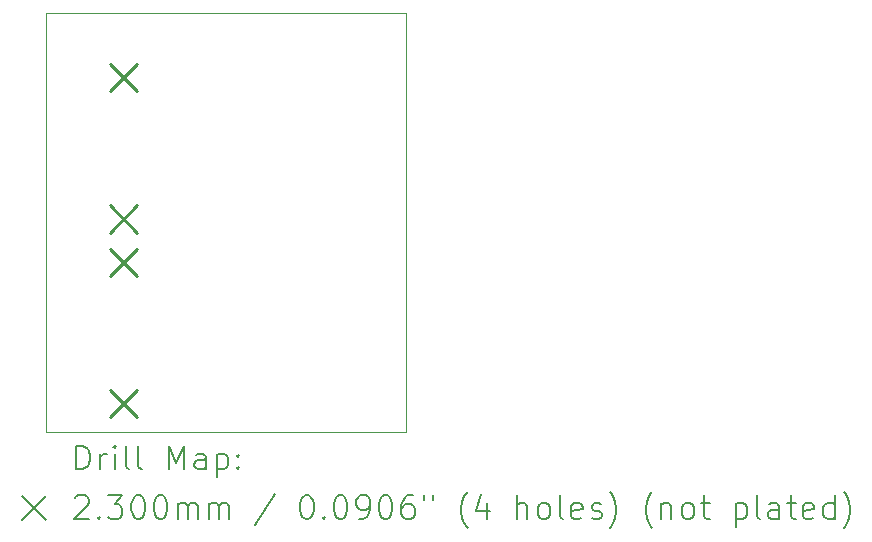
<source format=gbr>
%TF.GenerationSoftware,KiCad,Pcbnew,8.0.1*%
%TF.CreationDate,2024-10-15T00:39:49+09:00*%
%TF.ProjectId,AltBoard2025,416c7442-6f61-4726-9432-3032352e6b69,rev?*%
%TF.SameCoordinates,Original*%
%TF.FileFunction,Drillmap*%
%TF.FilePolarity,Positive*%
%FSLAX45Y45*%
G04 Gerber Fmt 4.5, Leading zero omitted, Abs format (unit mm)*
G04 Created by KiCad (PCBNEW 8.0.1) date 2024-10-15 00:39:49*
%MOMM*%
%LPD*%
G01*
G04 APERTURE LIST*
%ADD10C,0.050000*%
%ADD11C,0.200000*%
%ADD12C,0.230000*%
G04 APERTURE END LIST*
D10*
X11570000Y-1880000D02*
X14620000Y-1880000D01*
X14620000Y-5430000D01*
X11570000Y-5430000D01*
X11570000Y-1880000D01*
D11*
D12*
X12115000Y-2310000D02*
X12345000Y-2540000D01*
X12345000Y-2310000D02*
X12115000Y-2540000D01*
X12115000Y-3510000D02*
X12345000Y-3740000D01*
X12345000Y-3510000D02*
X12115000Y-3740000D01*
X12115000Y-3875000D02*
X12345000Y-4105000D01*
X12345000Y-3875000D02*
X12115000Y-4105000D01*
X12115000Y-5075000D02*
X12345000Y-5305000D01*
X12345000Y-5075000D02*
X12115000Y-5305000D01*
D11*
X11828277Y-5743984D02*
X11828277Y-5543984D01*
X11828277Y-5543984D02*
X11875896Y-5543984D01*
X11875896Y-5543984D02*
X11904467Y-5553508D01*
X11904467Y-5553508D02*
X11923515Y-5572555D01*
X11923515Y-5572555D02*
X11933039Y-5591603D01*
X11933039Y-5591603D02*
X11942562Y-5629698D01*
X11942562Y-5629698D02*
X11942562Y-5658269D01*
X11942562Y-5658269D02*
X11933039Y-5696365D01*
X11933039Y-5696365D02*
X11923515Y-5715412D01*
X11923515Y-5715412D02*
X11904467Y-5734460D01*
X11904467Y-5734460D02*
X11875896Y-5743984D01*
X11875896Y-5743984D02*
X11828277Y-5743984D01*
X12028277Y-5743984D02*
X12028277Y-5610650D01*
X12028277Y-5648746D02*
X12037801Y-5629698D01*
X12037801Y-5629698D02*
X12047324Y-5620174D01*
X12047324Y-5620174D02*
X12066372Y-5610650D01*
X12066372Y-5610650D02*
X12085420Y-5610650D01*
X12152086Y-5743984D02*
X12152086Y-5610650D01*
X12152086Y-5543984D02*
X12142562Y-5553508D01*
X12142562Y-5553508D02*
X12152086Y-5563031D01*
X12152086Y-5563031D02*
X12161610Y-5553508D01*
X12161610Y-5553508D02*
X12152086Y-5543984D01*
X12152086Y-5543984D02*
X12152086Y-5563031D01*
X12275896Y-5743984D02*
X12256848Y-5734460D01*
X12256848Y-5734460D02*
X12247324Y-5715412D01*
X12247324Y-5715412D02*
X12247324Y-5543984D01*
X12380658Y-5743984D02*
X12361610Y-5734460D01*
X12361610Y-5734460D02*
X12352086Y-5715412D01*
X12352086Y-5715412D02*
X12352086Y-5543984D01*
X12609229Y-5743984D02*
X12609229Y-5543984D01*
X12609229Y-5543984D02*
X12675896Y-5686841D01*
X12675896Y-5686841D02*
X12742562Y-5543984D01*
X12742562Y-5543984D02*
X12742562Y-5743984D01*
X12923515Y-5743984D02*
X12923515Y-5639222D01*
X12923515Y-5639222D02*
X12913991Y-5620174D01*
X12913991Y-5620174D02*
X12894943Y-5610650D01*
X12894943Y-5610650D02*
X12856848Y-5610650D01*
X12856848Y-5610650D02*
X12837801Y-5620174D01*
X12923515Y-5734460D02*
X12904467Y-5743984D01*
X12904467Y-5743984D02*
X12856848Y-5743984D01*
X12856848Y-5743984D02*
X12837801Y-5734460D01*
X12837801Y-5734460D02*
X12828277Y-5715412D01*
X12828277Y-5715412D02*
X12828277Y-5696365D01*
X12828277Y-5696365D02*
X12837801Y-5677317D01*
X12837801Y-5677317D02*
X12856848Y-5667793D01*
X12856848Y-5667793D02*
X12904467Y-5667793D01*
X12904467Y-5667793D02*
X12923515Y-5658269D01*
X13018753Y-5610650D02*
X13018753Y-5810650D01*
X13018753Y-5620174D02*
X13037801Y-5610650D01*
X13037801Y-5610650D02*
X13075896Y-5610650D01*
X13075896Y-5610650D02*
X13094943Y-5620174D01*
X13094943Y-5620174D02*
X13104467Y-5629698D01*
X13104467Y-5629698D02*
X13113991Y-5648746D01*
X13113991Y-5648746D02*
X13113991Y-5705888D01*
X13113991Y-5705888D02*
X13104467Y-5724936D01*
X13104467Y-5724936D02*
X13094943Y-5734460D01*
X13094943Y-5734460D02*
X13075896Y-5743984D01*
X13075896Y-5743984D02*
X13037801Y-5743984D01*
X13037801Y-5743984D02*
X13018753Y-5734460D01*
X13199705Y-5724936D02*
X13209229Y-5734460D01*
X13209229Y-5734460D02*
X13199705Y-5743984D01*
X13199705Y-5743984D02*
X13190182Y-5734460D01*
X13190182Y-5734460D02*
X13199705Y-5724936D01*
X13199705Y-5724936D02*
X13199705Y-5743984D01*
X13199705Y-5620174D02*
X13209229Y-5629698D01*
X13209229Y-5629698D02*
X13199705Y-5639222D01*
X13199705Y-5639222D02*
X13190182Y-5629698D01*
X13190182Y-5629698D02*
X13199705Y-5620174D01*
X13199705Y-5620174D02*
X13199705Y-5639222D01*
X11367500Y-5972500D02*
X11567500Y-6172500D01*
X11567500Y-5972500D02*
X11367500Y-6172500D01*
X11818753Y-5983031D02*
X11828277Y-5973508D01*
X11828277Y-5973508D02*
X11847324Y-5963984D01*
X11847324Y-5963984D02*
X11894943Y-5963984D01*
X11894943Y-5963984D02*
X11913991Y-5973508D01*
X11913991Y-5973508D02*
X11923515Y-5983031D01*
X11923515Y-5983031D02*
X11933039Y-6002079D01*
X11933039Y-6002079D02*
X11933039Y-6021127D01*
X11933039Y-6021127D02*
X11923515Y-6049698D01*
X11923515Y-6049698D02*
X11809229Y-6163984D01*
X11809229Y-6163984D02*
X11933039Y-6163984D01*
X12018753Y-6144936D02*
X12028277Y-6154460D01*
X12028277Y-6154460D02*
X12018753Y-6163984D01*
X12018753Y-6163984D02*
X12009229Y-6154460D01*
X12009229Y-6154460D02*
X12018753Y-6144936D01*
X12018753Y-6144936D02*
X12018753Y-6163984D01*
X12094943Y-5963984D02*
X12218753Y-5963984D01*
X12218753Y-5963984D02*
X12152086Y-6040174D01*
X12152086Y-6040174D02*
X12180658Y-6040174D01*
X12180658Y-6040174D02*
X12199705Y-6049698D01*
X12199705Y-6049698D02*
X12209229Y-6059222D01*
X12209229Y-6059222D02*
X12218753Y-6078269D01*
X12218753Y-6078269D02*
X12218753Y-6125888D01*
X12218753Y-6125888D02*
X12209229Y-6144936D01*
X12209229Y-6144936D02*
X12199705Y-6154460D01*
X12199705Y-6154460D02*
X12180658Y-6163984D01*
X12180658Y-6163984D02*
X12123515Y-6163984D01*
X12123515Y-6163984D02*
X12104467Y-6154460D01*
X12104467Y-6154460D02*
X12094943Y-6144936D01*
X12342562Y-5963984D02*
X12361610Y-5963984D01*
X12361610Y-5963984D02*
X12380658Y-5973508D01*
X12380658Y-5973508D02*
X12390182Y-5983031D01*
X12390182Y-5983031D02*
X12399705Y-6002079D01*
X12399705Y-6002079D02*
X12409229Y-6040174D01*
X12409229Y-6040174D02*
X12409229Y-6087793D01*
X12409229Y-6087793D02*
X12399705Y-6125888D01*
X12399705Y-6125888D02*
X12390182Y-6144936D01*
X12390182Y-6144936D02*
X12380658Y-6154460D01*
X12380658Y-6154460D02*
X12361610Y-6163984D01*
X12361610Y-6163984D02*
X12342562Y-6163984D01*
X12342562Y-6163984D02*
X12323515Y-6154460D01*
X12323515Y-6154460D02*
X12313991Y-6144936D01*
X12313991Y-6144936D02*
X12304467Y-6125888D01*
X12304467Y-6125888D02*
X12294943Y-6087793D01*
X12294943Y-6087793D02*
X12294943Y-6040174D01*
X12294943Y-6040174D02*
X12304467Y-6002079D01*
X12304467Y-6002079D02*
X12313991Y-5983031D01*
X12313991Y-5983031D02*
X12323515Y-5973508D01*
X12323515Y-5973508D02*
X12342562Y-5963984D01*
X12533039Y-5963984D02*
X12552086Y-5963984D01*
X12552086Y-5963984D02*
X12571134Y-5973508D01*
X12571134Y-5973508D02*
X12580658Y-5983031D01*
X12580658Y-5983031D02*
X12590182Y-6002079D01*
X12590182Y-6002079D02*
X12599705Y-6040174D01*
X12599705Y-6040174D02*
X12599705Y-6087793D01*
X12599705Y-6087793D02*
X12590182Y-6125888D01*
X12590182Y-6125888D02*
X12580658Y-6144936D01*
X12580658Y-6144936D02*
X12571134Y-6154460D01*
X12571134Y-6154460D02*
X12552086Y-6163984D01*
X12552086Y-6163984D02*
X12533039Y-6163984D01*
X12533039Y-6163984D02*
X12513991Y-6154460D01*
X12513991Y-6154460D02*
X12504467Y-6144936D01*
X12504467Y-6144936D02*
X12494943Y-6125888D01*
X12494943Y-6125888D02*
X12485420Y-6087793D01*
X12485420Y-6087793D02*
X12485420Y-6040174D01*
X12485420Y-6040174D02*
X12494943Y-6002079D01*
X12494943Y-6002079D02*
X12504467Y-5983031D01*
X12504467Y-5983031D02*
X12513991Y-5973508D01*
X12513991Y-5973508D02*
X12533039Y-5963984D01*
X12685420Y-6163984D02*
X12685420Y-6030650D01*
X12685420Y-6049698D02*
X12694943Y-6040174D01*
X12694943Y-6040174D02*
X12713991Y-6030650D01*
X12713991Y-6030650D02*
X12742563Y-6030650D01*
X12742563Y-6030650D02*
X12761610Y-6040174D01*
X12761610Y-6040174D02*
X12771134Y-6059222D01*
X12771134Y-6059222D02*
X12771134Y-6163984D01*
X12771134Y-6059222D02*
X12780658Y-6040174D01*
X12780658Y-6040174D02*
X12799705Y-6030650D01*
X12799705Y-6030650D02*
X12828277Y-6030650D01*
X12828277Y-6030650D02*
X12847324Y-6040174D01*
X12847324Y-6040174D02*
X12856848Y-6059222D01*
X12856848Y-6059222D02*
X12856848Y-6163984D01*
X12952086Y-6163984D02*
X12952086Y-6030650D01*
X12952086Y-6049698D02*
X12961610Y-6040174D01*
X12961610Y-6040174D02*
X12980658Y-6030650D01*
X12980658Y-6030650D02*
X13009229Y-6030650D01*
X13009229Y-6030650D02*
X13028277Y-6040174D01*
X13028277Y-6040174D02*
X13037801Y-6059222D01*
X13037801Y-6059222D02*
X13037801Y-6163984D01*
X13037801Y-6059222D02*
X13047324Y-6040174D01*
X13047324Y-6040174D02*
X13066372Y-6030650D01*
X13066372Y-6030650D02*
X13094943Y-6030650D01*
X13094943Y-6030650D02*
X13113991Y-6040174D01*
X13113991Y-6040174D02*
X13123515Y-6059222D01*
X13123515Y-6059222D02*
X13123515Y-6163984D01*
X13513991Y-5954460D02*
X13342563Y-6211603D01*
X13771134Y-5963984D02*
X13790182Y-5963984D01*
X13790182Y-5963984D02*
X13809229Y-5973508D01*
X13809229Y-5973508D02*
X13818753Y-5983031D01*
X13818753Y-5983031D02*
X13828277Y-6002079D01*
X13828277Y-6002079D02*
X13837801Y-6040174D01*
X13837801Y-6040174D02*
X13837801Y-6087793D01*
X13837801Y-6087793D02*
X13828277Y-6125888D01*
X13828277Y-6125888D02*
X13818753Y-6144936D01*
X13818753Y-6144936D02*
X13809229Y-6154460D01*
X13809229Y-6154460D02*
X13790182Y-6163984D01*
X13790182Y-6163984D02*
X13771134Y-6163984D01*
X13771134Y-6163984D02*
X13752086Y-6154460D01*
X13752086Y-6154460D02*
X13742563Y-6144936D01*
X13742563Y-6144936D02*
X13733039Y-6125888D01*
X13733039Y-6125888D02*
X13723515Y-6087793D01*
X13723515Y-6087793D02*
X13723515Y-6040174D01*
X13723515Y-6040174D02*
X13733039Y-6002079D01*
X13733039Y-6002079D02*
X13742563Y-5983031D01*
X13742563Y-5983031D02*
X13752086Y-5973508D01*
X13752086Y-5973508D02*
X13771134Y-5963984D01*
X13923515Y-6144936D02*
X13933039Y-6154460D01*
X13933039Y-6154460D02*
X13923515Y-6163984D01*
X13923515Y-6163984D02*
X13913991Y-6154460D01*
X13913991Y-6154460D02*
X13923515Y-6144936D01*
X13923515Y-6144936D02*
X13923515Y-6163984D01*
X14056848Y-5963984D02*
X14075896Y-5963984D01*
X14075896Y-5963984D02*
X14094944Y-5973508D01*
X14094944Y-5973508D02*
X14104467Y-5983031D01*
X14104467Y-5983031D02*
X14113991Y-6002079D01*
X14113991Y-6002079D02*
X14123515Y-6040174D01*
X14123515Y-6040174D02*
X14123515Y-6087793D01*
X14123515Y-6087793D02*
X14113991Y-6125888D01*
X14113991Y-6125888D02*
X14104467Y-6144936D01*
X14104467Y-6144936D02*
X14094944Y-6154460D01*
X14094944Y-6154460D02*
X14075896Y-6163984D01*
X14075896Y-6163984D02*
X14056848Y-6163984D01*
X14056848Y-6163984D02*
X14037801Y-6154460D01*
X14037801Y-6154460D02*
X14028277Y-6144936D01*
X14028277Y-6144936D02*
X14018753Y-6125888D01*
X14018753Y-6125888D02*
X14009229Y-6087793D01*
X14009229Y-6087793D02*
X14009229Y-6040174D01*
X14009229Y-6040174D02*
X14018753Y-6002079D01*
X14018753Y-6002079D02*
X14028277Y-5983031D01*
X14028277Y-5983031D02*
X14037801Y-5973508D01*
X14037801Y-5973508D02*
X14056848Y-5963984D01*
X14218753Y-6163984D02*
X14256848Y-6163984D01*
X14256848Y-6163984D02*
X14275896Y-6154460D01*
X14275896Y-6154460D02*
X14285420Y-6144936D01*
X14285420Y-6144936D02*
X14304467Y-6116365D01*
X14304467Y-6116365D02*
X14313991Y-6078269D01*
X14313991Y-6078269D02*
X14313991Y-6002079D01*
X14313991Y-6002079D02*
X14304467Y-5983031D01*
X14304467Y-5983031D02*
X14294944Y-5973508D01*
X14294944Y-5973508D02*
X14275896Y-5963984D01*
X14275896Y-5963984D02*
X14237801Y-5963984D01*
X14237801Y-5963984D02*
X14218753Y-5973508D01*
X14218753Y-5973508D02*
X14209229Y-5983031D01*
X14209229Y-5983031D02*
X14199706Y-6002079D01*
X14199706Y-6002079D02*
X14199706Y-6049698D01*
X14199706Y-6049698D02*
X14209229Y-6068746D01*
X14209229Y-6068746D02*
X14218753Y-6078269D01*
X14218753Y-6078269D02*
X14237801Y-6087793D01*
X14237801Y-6087793D02*
X14275896Y-6087793D01*
X14275896Y-6087793D02*
X14294944Y-6078269D01*
X14294944Y-6078269D02*
X14304467Y-6068746D01*
X14304467Y-6068746D02*
X14313991Y-6049698D01*
X14437801Y-5963984D02*
X14456848Y-5963984D01*
X14456848Y-5963984D02*
X14475896Y-5973508D01*
X14475896Y-5973508D02*
X14485420Y-5983031D01*
X14485420Y-5983031D02*
X14494944Y-6002079D01*
X14494944Y-6002079D02*
X14504467Y-6040174D01*
X14504467Y-6040174D02*
X14504467Y-6087793D01*
X14504467Y-6087793D02*
X14494944Y-6125888D01*
X14494944Y-6125888D02*
X14485420Y-6144936D01*
X14485420Y-6144936D02*
X14475896Y-6154460D01*
X14475896Y-6154460D02*
X14456848Y-6163984D01*
X14456848Y-6163984D02*
X14437801Y-6163984D01*
X14437801Y-6163984D02*
X14418753Y-6154460D01*
X14418753Y-6154460D02*
X14409229Y-6144936D01*
X14409229Y-6144936D02*
X14399706Y-6125888D01*
X14399706Y-6125888D02*
X14390182Y-6087793D01*
X14390182Y-6087793D02*
X14390182Y-6040174D01*
X14390182Y-6040174D02*
X14399706Y-6002079D01*
X14399706Y-6002079D02*
X14409229Y-5983031D01*
X14409229Y-5983031D02*
X14418753Y-5973508D01*
X14418753Y-5973508D02*
X14437801Y-5963984D01*
X14675896Y-5963984D02*
X14637801Y-5963984D01*
X14637801Y-5963984D02*
X14618753Y-5973508D01*
X14618753Y-5973508D02*
X14609229Y-5983031D01*
X14609229Y-5983031D02*
X14590182Y-6011603D01*
X14590182Y-6011603D02*
X14580658Y-6049698D01*
X14580658Y-6049698D02*
X14580658Y-6125888D01*
X14580658Y-6125888D02*
X14590182Y-6144936D01*
X14590182Y-6144936D02*
X14599706Y-6154460D01*
X14599706Y-6154460D02*
X14618753Y-6163984D01*
X14618753Y-6163984D02*
X14656848Y-6163984D01*
X14656848Y-6163984D02*
X14675896Y-6154460D01*
X14675896Y-6154460D02*
X14685420Y-6144936D01*
X14685420Y-6144936D02*
X14694944Y-6125888D01*
X14694944Y-6125888D02*
X14694944Y-6078269D01*
X14694944Y-6078269D02*
X14685420Y-6059222D01*
X14685420Y-6059222D02*
X14675896Y-6049698D01*
X14675896Y-6049698D02*
X14656848Y-6040174D01*
X14656848Y-6040174D02*
X14618753Y-6040174D01*
X14618753Y-6040174D02*
X14599706Y-6049698D01*
X14599706Y-6049698D02*
X14590182Y-6059222D01*
X14590182Y-6059222D02*
X14580658Y-6078269D01*
X14771134Y-5963984D02*
X14771134Y-6002079D01*
X14847325Y-5963984D02*
X14847325Y-6002079D01*
X15142563Y-6240174D02*
X15133039Y-6230650D01*
X15133039Y-6230650D02*
X15113991Y-6202079D01*
X15113991Y-6202079D02*
X15104468Y-6183031D01*
X15104468Y-6183031D02*
X15094944Y-6154460D01*
X15094944Y-6154460D02*
X15085420Y-6106841D01*
X15085420Y-6106841D02*
X15085420Y-6068746D01*
X15085420Y-6068746D02*
X15094944Y-6021127D01*
X15094944Y-6021127D02*
X15104468Y-5992555D01*
X15104468Y-5992555D02*
X15113991Y-5973508D01*
X15113991Y-5973508D02*
X15133039Y-5944936D01*
X15133039Y-5944936D02*
X15142563Y-5935412D01*
X15304468Y-6030650D02*
X15304468Y-6163984D01*
X15256848Y-5954460D02*
X15209229Y-6097317D01*
X15209229Y-6097317D02*
X15333039Y-6097317D01*
X15561610Y-6163984D02*
X15561610Y-5963984D01*
X15647325Y-6163984D02*
X15647325Y-6059222D01*
X15647325Y-6059222D02*
X15637801Y-6040174D01*
X15637801Y-6040174D02*
X15618753Y-6030650D01*
X15618753Y-6030650D02*
X15590182Y-6030650D01*
X15590182Y-6030650D02*
X15571134Y-6040174D01*
X15571134Y-6040174D02*
X15561610Y-6049698D01*
X15771134Y-6163984D02*
X15752087Y-6154460D01*
X15752087Y-6154460D02*
X15742563Y-6144936D01*
X15742563Y-6144936D02*
X15733039Y-6125888D01*
X15733039Y-6125888D02*
X15733039Y-6068746D01*
X15733039Y-6068746D02*
X15742563Y-6049698D01*
X15742563Y-6049698D02*
X15752087Y-6040174D01*
X15752087Y-6040174D02*
X15771134Y-6030650D01*
X15771134Y-6030650D02*
X15799706Y-6030650D01*
X15799706Y-6030650D02*
X15818753Y-6040174D01*
X15818753Y-6040174D02*
X15828277Y-6049698D01*
X15828277Y-6049698D02*
X15837801Y-6068746D01*
X15837801Y-6068746D02*
X15837801Y-6125888D01*
X15837801Y-6125888D02*
X15828277Y-6144936D01*
X15828277Y-6144936D02*
X15818753Y-6154460D01*
X15818753Y-6154460D02*
X15799706Y-6163984D01*
X15799706Y-6163984D02*
X15771134Y-6163984D01*
X15952087Y-6163984D02*
X15933039Y-6154460D01*
X15933039Y-6154460D02*
X15923515Y-6135412D01*
X15923515Y-6135412D02*
X15923515Y-5963984D01*
X16104468Y-6154460D02*
X16085420Y-6163984D01*
X16085420Y-6163984D02*
X16047325Y-6163984D01*
X16047325Y-6163984D02*
X16028277Y-6154460D01*
X16028277Y-6154460D02*
X16018753Y-6135412D01*
X16018753Y-6135412D02*
X16018753Y-6059222D01*
X16018753Y-6059222D02*
X16028277Y-6040174D01*
X16028277Y-6040174D02*
X16047325Y-6030650D01*
X16047325Y-6030650D02*
X16085420Y-6030650D01*
X16085420Y-6030650D02*
X16104468Y-6040174D01*
X16104468Y-6040174D02*
X16113991Y-6059222D01*
X16113991Y-6059222D02*
X16113991Y-6078269D01*
X16113991Y-6078269D02*
X16018753Y-6097317D01*
X16190182Y-6154460D02*
X16209230Y-6163984D01*
X16209230Y-6163984D02*
X16247325Y-6163984D01*
X16247325Y-6163984D02*
X16266372Y-6154460D01*
X16266372Y-6154460D02*
X16275896Y-6135412D01*
X16275896Y-6135412D02*
X16275896Y-6125888D01*
X16275896Y-6125888D02*
X16266372Y-6106841D01*
X16266372Y-6106841D02*
X16247325Y-6097317D01*
X16247325Y-6097317D02*
X16218753Y-6097317D01*
X16218753Y-6097317D02*
X16199706Y-6087793D01*
X16199706Y-6087793D02*
X16190182Y-6068746D01*
X16190182Y-6068746D02*
X16190182Y-6059222D01*
X16190182Y-6059222D02*
X16199706Y-6040174D01*
X16199706Y-6040174D02*
X16218753Y-6030650D01*
X16218753Y-6030650D02*
X16247325Y-6030650D01*
X16247325Y-6030650D02*
X16266372Y-6040174D01*
X16342563Y-6240174D02*
X16352087Y-6230650D01*
X16352087Y-6230650D02*
X16371134Y-6202079D01*
X16371134Y-6202079D02*
X16380658Y-6183031D01*
X16380658Y-6183031D02*
X16390182Y-6154460D01*
X16390182Y-6154460D02*
X16399706Y-6106841D01*
X16399706Y-6106841D02*
X16399706Y-6068746D01*
X16399706Y-6068746D02*
X16390182Y-6021127D01*
X16390182Y-6021127D02*
X16380658Y-5992555D01*
X16380658Y-5992555D02*
X16371134Y-5973508D01*
X16371134Y-5973508D02*
X16352087Y-5944936D01*
X16352087Y-5944936D02*
X16342563Y-5935412D01*
X16704468Y-6240174D02*
X16694944Y-6230650D01*
X16694944Y-6230650D02*
X16675896Y-6202079D01*
X16675896Y-6202079D02*
X16666372Y-6183031D01*
X16666372Y-6183031D02*
X16656849Y-6154460D01*
X16656849Y-6154460D02*
X16647325Y-6106841D01*
X16647325Y-6106841D02*
X16647325Y-6068746D01*
X16647325Y-6068746D02*
X16656849Y-6021127D01*
X16656849Y-6021127D02*
X16666372Y-5992555D01*
X16666372Y-5992555D02*
X16675896Y-5973508D01*
X16675896Y-5973508D02*
X16694944Y-5944936D01*
X16694944Y-5944936D02*
X16704468Y-5935412D01*
X16780658Y-6030650D02*
X16780658Y-6163984D01*
X16780658Y-6049698D02*
X16790182Y-6040174D01*
X16790182Y-6040174D02*
X16809230Y-6030650D01*
X16809230Y-6030650D02*
X16837801Y-6030650D01*
X16837801Y-6030650D02*
X16856849Y-6040174D01*
X16856849Y-6040174D02*
X16866373Y-6059222D01*
X16866373Y-6059222D02*
X16866373Y-6163984D01*
X16990182Y-6163984D02*
X16971134Y-6154460D01*
X16971134Y-6154460D02*
X16961611Y-6144936D01*
X16961611Y-6144936D02*
X16952087Y-6125888D01*
X16952087Y-6125888D02*
X16952087Y-6068746D01*
X16952087Y-6068746D02*
X16961611Y-6049698D01*
X16961611Y-6049698D02*
X16971134Y-6040174D01*
X16971134Y-6040174D02*
X16990182Y-6030650D01*
X16990182Y-6030650D02*
X17018754Y-6030650D01*
X17018754Y-6030650D02*
X17037801Y-6040174D01*
X17037801Y-6040174D02*
X17047325Y-6049698D01*
X17047325Y-6049698D02*
X17056849Y-6068746D01*
X17056849Y-6068746D02*
X17056849Y-6125888D01*
X17056849Y-6125888D02*
X17047325Y-6144936D01*
X17047325Y-6144936D02*
X17037801Y-6154460D01*
X17037801Y-6154460D02*
X17018754Y-6163984D01*
X17018754Y-6163984D02*
X16990182Y-6163984D01*
X17113992Y-6030650D02*
X17190182Y-6030650D01*
X17142563Y-5963984D02*
X17142563Y-6135412D01*
X17142563Y-6135412D02*
X17152087Y-6154460D01*
X17152087Y-6154460D02*
X17171134Y-6163984D01*
X17171134Y-6163984D02*
X17190182Y-6163984D01*
X17409230Y-6030650D02*
X17409230Y-6230650D01*
X17409230Y-6040174D02*
X17428277Y-6030650D01*
X17428277Y-6030650D02*
X17466373Y-6030650D01*
X17466373Y-6030650D02*
X17485420Y-6040174D01*
X17485420Y-6040174D02*
X17494944Y-6049698D01*
X17494944Y-6049698D02*
X17504468Y-6068746D01*
X17504468Y-6068746D02*
X17504468Y-6125888D01*
X17504468Y-6125888D02*
X17494944Y-6144936D01*
X17494944Y-6144936D02*
X17485420Y-6154460D01*
X17485420Y-6154460D02*
X17466373Y-6163984D01*
X17466373Y-6163984D02*
X17428277Y-6163984D01*
X17428277Y-6163984D02*
X17409230Y-6154460D01*
X17618754Y-6163984D02*
X17599706Y-6154460D01*
X17599706Y-6154460D02*
X17590182Y-6135412D01*
X17590182Y-6135412D02*
X17590182Y-5963984D01*
X17780658Y-6163984D02*
X17780658Y-6059222D01*
X17780658Y-6059222D02*
X17771135Y-6040174D01*
X17771135Y-6040174D02*
X17752087Y-6030650D01*
X17752087Y-6030650D02*
X17713992Y-6030650D01*
X17713992Y-6030650D02*
X17694944Y-6040174D01*
X17780658Y-6154460D02*
X17761611Y-6163984D01*
X17761611Y-6163984D02*
X17713992Y-6163984D01*
X17713992Y-6163984D02*
X17694944Y-6154460D01*
X17694944Y-6154460D02*
X17685420Y-6135412D01*
X17685420Y-6135412D02*
X17685420Y-6116365D01*
X17685420Y-6116365D02*
X17694944Y-6097317D01*
X17694944Y-6097317D02*
X17713992Y-6087793D01*
X17713992Y-6087793D02*
X17761611Y-6087793D01*
X17761611Y-6087793D02*
X17780658Y-6078269D01*
X17847325Y-6030650D02*
X17923515Y-6030650D01*
X17875896Y-5963984D02*
X17875896Y-6135412D01*
X17875896Y-6135412D02*
X17885420Y-6154460D01*
X17885420Y-6154460D02*
X17904468Y-6163984D01*
X17904468Y-6163984D02*
X17923515Y-6163984D01*
X18066373Y-6154460D02*
X18047325Y-6163984D01*
X18047325Y-6163984D02*
X18009230Y-6163984D01*
X18009230Y-6163984D02*
X17990182Y-6154460D01*
X17990182Y-6154460D02*
X17980658Y-6135412D01*
X17980658Y-6135412D02*
X17980658Y-6059222D01*
X17980658Y-6059222D02*
X17990182Y-6040174D01*
X17990182Y-6040174D02*
X18009230Y-6030650D01*
X18009230Y-6030650D02*
X18047325Y-6030650D01*
X18047325Y-6030650D02*
X18066373Y-6040174D01*
X18066373Y-6040174D02*
X18075896Y-6059222D01*
X18075896Y-6059222D02*
X18075896Y-6078269D01*
X18075896Y-6078269D02*
X17980658Y-6097317D01*
X18247325Y-6163984D02*
X18247325Y-5963984D01*
X18247325Y-6154460D02*
X18228277Y-6163984D01*
X18228277Y-6163984D02*
X18190182Y-6163984D01*
X18190182Y-6163984D02*
X18171135Y-6154460D01*
X18171135Y-6154460D02*
X18161611Y-6144936D01*
X18161611Y-6144936D02*
X18152087Y-6125888D01*
X18152087Y-6125888D02*
X18152087Y-6068746D01*
X18152087Y-6068746D02*
X18161611Y-6049698D01*
X18161611Y-6049698D02*
X18171135Y-6040174D01*
X18171135Y-6040174D02*
X18190182Y-6030650D01*
X18190182Y-6030650D02*
X18228277Y-6030650D01*
X18228277Y-6030650D02*
X18247325Y-6040174D01*
X18323516Y-6240174D02*
X18333039Y-6230650D01*
X18333039Y-6230650D02*
X18352087Y-6202079D01*
X18352087Y-6202079D02*
X18361611Y-6183031D01*
X18361611Y-6183031D02*
X18371135Y-6154460D01*
X18371135Y-6154460D02*
X18380658Y-6106841D01*
X18380658Y-6106841D02*
X18380658Y-6068746D01*
X18380658Y-6068746D02*
X18371135Y-6021127D01*
X18371135Y-6021127D02*
X18361611Y-5992555D01*
X18361611Y-5992555D02*
X18352087Y-5973508D01*
X18352087Y-5973508D02*
X18333039Y-5944936D01*
X18333039Y-5944936D02*
X18323516Y-5935412D01*
M02*

</source>
